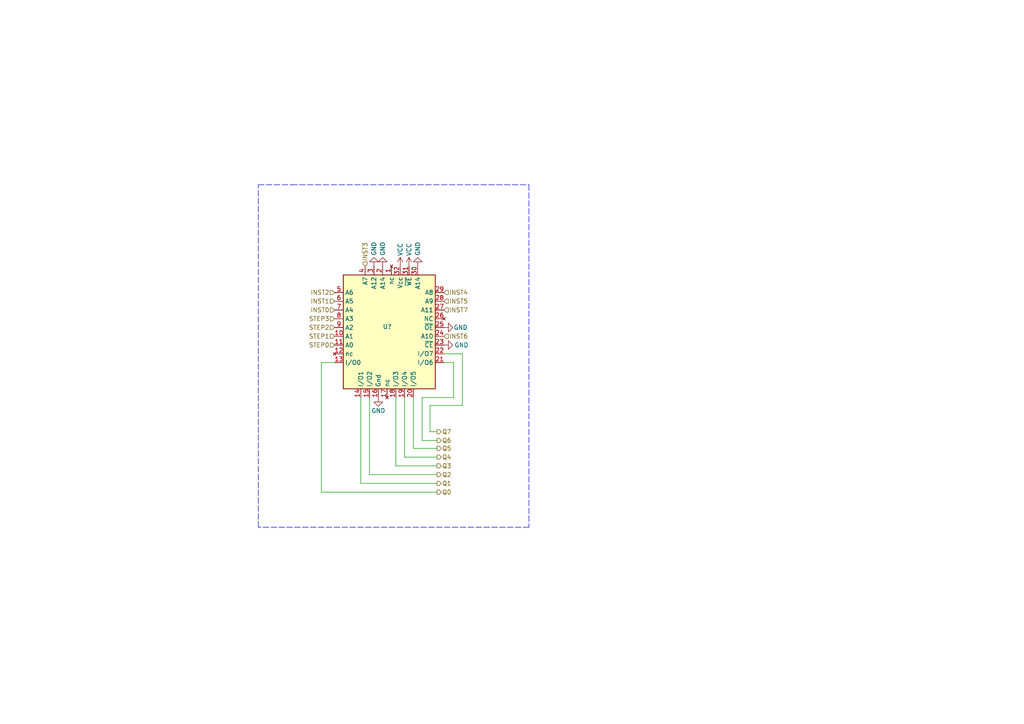
<source format=kicad_sch>
(kicad_sch (version 20211123) (generator eeschema)
  (paper "A4")
  (lib_symbols
    (symbol "Stephen:PLCC32_28_28C256"
      (property "Reference" "U" (at 19.05 -22.86 0))
      (property "Value" "PLCC32_28_28C256" (at 10.16 -20.32 0))
      (symbol "PLCC32_28_28C256_1_1"
        (rectangle (start -12.7 15.24) (end 13.97 -17.78) (stroke (width 0.254)) (fill (type background)))
        (pin no_connect line (at 1.27 17.78 270) (length 2.54) (name "nc") (number "1"))
        (pin input line (at -15.24 -2.54 0) (length 2.54) (name "A1") (number "10"))
        (pin input line (at -15.24 -5.08 0) (length 2.54) (name "A0") (number "11"))
        (pin no_connect line (at -15.24 -7.62 0) (length 2.54) (name "nc") (number "12"))
        (pin bidirectional line (at -15.24 -10.16 0) (length 2.54) (name "I/O0") (number "13"))
        (pin bidirectional line (at -7.62 -20.32 90) (length 2.54) (name "I/O1") (number "14"))
        (pin bidirectional line (at -5.08 -20.32 90) (length 2.54) (name "I/O2") (number "15"))
        (pin power_in line (at -2.54 -20.32 90) (length 2.54) (name "Gnd") (number "16"))
        (pin no_connect line (at 0 -20.32 90) (length 2.54) (name "nc") (number "17"))
        (pin bidirectional line (at 2.54 -20.32 90) (length 2.54) (name "I/O3") (number "18"))
        (pin bidirectional line (at 5.08 -20.32 90) (length 2.54) (name "I/O4") (number "19"))
        (pin input line (at -1.27 17.78 270) (length 2.54) (name "A14") (number "2"))
        (pin bidirectional line (at 7.62 -20.32 90) (length 2.54) (name "I/O5") (number "20"))
        (pin bidirectional line (at 16.51 -10.16 180) (length 2.54) (name "I/O6") (number "21"))
        (pin bidirectional line (at 16.51 -7.62 180) (length 2.54) (name "I/O7") (number "22"))
        (pin input line (at 16.51 -5.08 180) (length 2.54) (name "~{CE}") (number "23"))
        (pin input line (at 16.51 -2.54 180) (length 2.54) (name "A10") (number "24"))
        (pin input line (at 16.51 0 180) (length 2.54) (name "~{OE}") (number "25"))
        (pin no_connect line (at 16.51 2.54 180) (length 2.54) (name "NC") (number "26"))
        (pin input line (at 16.51 5.08 180) (length 2.54) (name "A11") (number "27"))
        (pin input line (at 16.51 7.62 180) (length 2.54) (name "A9") (number "28"))
        (pin input line (at 16.51 10.16 180) (length 2.54) (name "A8") (number "29"))
        (pin input line (at -3.81 17.78 270) (length 2.54) (name "A12") (number "3"))
        (pin input line (at 8.89 17.78 270) (length 2.54) (name "A14") (number "30"))
        (pin input line (at 6.35 17.78 270) (length 2.54) (name "~{WE}") (number "31"))
        (pin power_in line (at 3.81 17.78 270) (length 2.54) (name "Vcc") (number "32"))
        (pin input line (at -6.35 17.78 270) (length 2.54) (name "A7") (number "4"))
        (pin input line (at -15.24 10.16 0) (length 2.54) (name "A6") (number "5"))
        (pin input line (at -15.24 7.62 0) (length 2.54) (name "A5") (number "6"))
        (pin input line (at -15.24 5.08 0) (length 2.54) (name "A4") (number "7"))
        (pin input line (at -15.24 2.54 0) (length 2.54) (name "A3") (number "8"))
        (pin input line (at -15.24 0 0) (length 2.54) (name "A2") (number "9"))
      )
    )
    (symbol "power:GND" (power) (pin_names (offset 0))
      (property "Value" "GND" (at 0 -3.81 0))
      (symbol "GND_0_1"
        (polyline (pts (xy 0 0) (xy 0 -1.27) (xy 1.27 -1.27) (xy 0 -2.54) (xy -1.27 -1.27) (xy 0 -1.27)))
      )
      (symbol "GND_1_1"
        (pin power_in line (at 0 0 270) (length 0) hide (name "GND") (number "1"))
      )
    )
    (symbol "power:VCC" (power) (pin_names (offset 0))
      (property "Value" "VCC" (at 0 3.81 0))
      (symbol "VCC_0_1"
        (polyline (pts (xy -0.762 1.27) (xy 0 2.54)))
        (polyline (pts (xy 0 0) (xy 0 2.54)))
        (polyline (pts (xy 0 2.54) (xy 0.762 1.27)))
      )
      (symbol "VCC_1_1"
        (pin power_in line (at 0 0 90) (length 0) hide (name "VCC") (number "1"))
      )
    )
  )
  (wire (pts (xy 122.428 127.762) (xy 122.428 115.316)))
  (wire (pts (xy 117.348 115.316) (xy 117.348 132.588)))
  (wire (pts (xy 128.778 102.616) (xy 134.112 102.616)))
  (wire (pts (xy 134.112 102.616) (xy 134.112 117.602)))
  (wire (pts (xy 97.028 105.156) (xy 93.218 105.156)))
  (polyline (pts (xy 74.93 152.908) (xy 74.93 53.594)))
  (wire (pts (xy 134.112 117.602) (xy 124.714 117.602)))
  (wire (pts (xy 114.808 135.128) (xy 114.808 115.316)))
  (wire (pts (xy 93.218 105.156) (xy 93.218 142.748)))
  (wire (pts (xy 104.648 140.208) (xy 104.648 115.316)))
  (wire (pts (xy 126.746 135.128) (xy 114.808 135.128)))
  (wire (pts (xy 126.746 140.208) (xy 104.648 140.208)))
  (wire (pts (xy 107.188 115.316) (xy 107.188 137.668)))
  (polyline (pts (xy 153.416 152.908) (xy 74.93 152.908)))
  (wire (pts (xy 119.888 130.048) (xy 119.888 115.316)))
  (wire (pts (xy 93.218 142.748) (xy 126.746 142.748)))
  (wire (pts (xy 126.746 130.048) (xy 119.888 130.048)))
  (polyline (pts (xy 84.582 53.594) (xy 153.416 53.594)))
  (wire (pts (xy 131.572 105.156) (xy 128.778 105.156)))
  (wire (pts (xy 124.714 125.222) (xy 126.746 125.222)))
  (wire (pts (xy 131.572 115.316) (xy 131.572 105.156)))
  (wire (pts (xy 126.746 127.762) (xy 122.428 127.762)))
  (polyline (pts (xy 74.93 53.594) (xy 85.09 53.594)))
  (wire (pts (xy 124.714 117.602) (xy 124.714 125.222)))
  (polyline (pts (xy 153.416 53.594) (xy 153.416 152.908)))
  (wire (pts (xy 122.428 115.316) (xy 131.572 115.316)))
  (wire (pts (xy 107.188 137.668) (xy 126.746 137.668)))
  (wire (pts (xy 117.348 132.588) (xy 126.746 132.588)))
  (hierarchical_label "INST0" (shape input) (at 97.028 89.916 180))
  (hierarchical_label "Q4" (shape output) (at 126.746 132.588 0))
  (hierarchical_label "STEP0" (shape input) (at 97.028 100.076 180))
  (hierarchical_label "INST5" (shape input) (at 128.778 87.376 0))
  (hierarchical_label "Q3" (shape output) (at 126.746 135.128 0))
  (hierarchical_label "Q1" (shape output) (at 126.746 140.208 0))
  (hierarchical_label "INST7" (shape input) (at 128.778 89.916 0))
  (hierarchical_label "Q6" (shape output) (at 126.746 127.762 0))
  (hierarchical_label "INST6" (shape input) (at 128.778 97.536 0))
  (hierarchical_label "INST3" (shape input) (at 105.918 77.216 90))
  (hierarchical_label "Q2" (shape output) (at 126.746 137.668 0))
  (hierarchical_label "Q5" (shape output) (at 126.746 130.048 0))
  (hierarchical_label "INST4" (shape input) (at 128.778 84.836 0))
  (hierarchical_label "Q0" (shape output) (at 126.746 142.748 0))
  (hierarchical_label "STEP1" (shape input) (at 97.028 97.536 180))
  (hierarchical_label "STEP2" (shape input) (at 97.028 94.996 180))
  (hierarchical_label "INST1" (shape input) (at 97.028 87.376 180))
  (hierarchical_label "Q7" (shape output) (at 126.746 125.222 0))
  (hierarchical_label "INST2" (shape input) (at 97.028 84.836 180))
  (hierarchical_label "STEP3" (shape input) (at 97.028 92.456 180))
  (symbol (lib_id "power:VCC") (at 116.078 77.216 0)
    (property "Reference" "#PWR?" (effects hide))
    (property "Value" "VCC" (at 116.078 72.39 90))
  )
  (symbol (lib_id "power:GND") (at 109.728 115.316 0)
    (property "Reference" "#PWR?" (effects hide))
    (property "Value" "GND" (at 107.696 119.126 0) (effects (justify left)))
  )
  (symbol (lib_id "Stephen:PLCC32_28_28C256") (at 112.268 94.996 0)
    (property "Reference" "U?" (at 110.998 94.742 0) (effects (justify left)))
    (property "Value" "PLCC32_28_28C256" (effects hide))
    (property "Footprint" "Stephenv6:PLCC-32-SOCKET-Microchip-32J-10_2001-B-IPC_A" (effects hide))
    (property "Datasheet" "http://ww1.microchip.com/downloads/en/DeviceDoc/doc0006.pdf" (effects hide))
  )
  (symbol (lib_id "power:GND") (at 128.778 94.996 90)
    (property "Reference" "#PWR?" (effects hide))
    (property "Value" "GND" (at 135.636 94.996 90) (effects (justify left)))
  )
  (symbol (lib_id "power:GND") (at 121.158 77.216 180)
    (property "Reference" "#PWR?" (effects hide))
    (property "Value" "GND" (at 121.158 70.104 90) (effects (justify left)))
  )
  (symbol (lib_id "power:VCC") (at 118.618 77.216 0)
    (property "Reference" "#PWR?" (effects hide))
    (property "Value" "VCC" (at 118.618 72.39 90))
  )
  (symbol (lib_id "power:GND") (at 110.998 77.216 180)
    (property "Reference" "#PWR?" (effects hide))
    (property "Value" "GND" (at 110.998 70.104 90) (effects (justify left)))
  )
  (symbol (lib_id "power:GND") (at 108.458 77.216 180)
    (property "Reference" "#PWR?" (effects hide))
    (property "Value" "GND" (at 108.458 70.104 90) (effects (justify left)))
  )
  (symbol (lib_id "power:GND") (at 128.778 100.076 90)
    (property "Reference" "#PWR?" (effects hide))
    (property "Value" "GND" (at 135.89 100.076 90) (effects (justify left)))
  )
)
</source>
